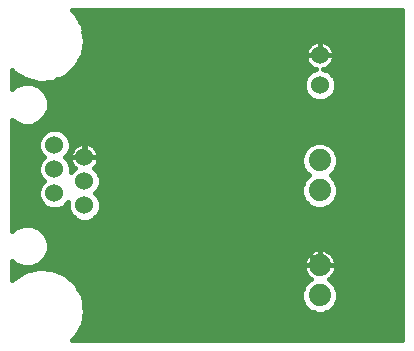
<source format=gbl>
G75*
%MOIN*%
%OFA0B0*%
%FSLAX24Y24*%
%IPPOS*%
%LPD*%
%AMOC8*
5,1,8,0,0,1.08239X$1,22.5*
%
%ADD10C,0.0600*%
%ADD11C,0.0740*%
%ADD12C,0.0376*%
%ADD13C,0.0160*%
D10*
X004418Y005096D03*
X004418Y005899D03*
X004418Y006702D03*
X003418Y006301D03*
X003418Y005498D03*
X003418Y007104D03*
X012262Y009100D03*
X012262Y010100D03*
D11*
X012262Y006600D03*
X012262Y005600D03*
X012262Y003100D03*
X012262Y002100D03*
D12*
X008012Y004350D03*
D13*
X002012Y003230D02*
X002012Y002596D01*
X002050Y002645D01*
X002050Y002645D01*
X002442Y002900D01*
X002442Y002900D01*
X002895Y003015D01*
X003361Y002977D01*
X003789Y002789D01*
X003789Y002789D01*
X004133Y002472D01*
X004133Y002472D01*
X004355Y002061D01*
X004355Y002061D01*
X004432Y001600D01*
X004355Y001139D01*
X004355Y001139D01*
X004133Y000728D01*
X004133Y000728D01*
X003994Y000600D01*
X015012Y000600D01*
X015012Y011600D01*
X003994Y011600D01*
X004133Y011472D01*
X004133Y011472D01*
X004355Y011061D01*
X004355Y011061D01*
X004432Y010600D01*
X004355Y010139D01*
X004355Y010139D01*
X004133Y009728D01*
X004133Y009728D01*
X003789Y009411D01*
X003789Y009411D01*
X003361Y009223D01*
X003361Y009223D01*
X002895Y009185D01*
X002895Y009185D01*
X002442Y009300D01*
X002442Y009300D01*
X002050Y009555D01*
X002050Y009555D01*
X002012Y009604D01*
X002012Y008970D01*
X002109Y009066D01*
X002370Y009175D01*
X002654Y009175D01*
X002916Y009066D01*
X003116Y008866D01*
X003225Y008604D01*
X003225Y008320D01*
X003116Y008059D01*
X002916Y007858D01*
X002654Y007750D01*
X002370Y007750D01*
X002109Y007858D01*
X002012Y007955D01*
X002012Y004245D01*
X002109Y004342D01*
X002370Y004450D01*
X002654Y004450D01*
X002916Y004342D01*
X003116Y004141D01*
X003225Y003880D01*
X003225Y003596D01*
X003116Y003334D01*
X002916Y003134D01*
X002654Y003025D01*
X002370Y003025D01*
X002109Y003134D01*
X002012Y003230D01*
X002012Y003112D02*
X002163Y003112D01*
X002012Y002953D02*
X002650Y002953D01*
X002862Y003112D02*
X011712Y003112D01*
X011712Y003100D02*
X012262Y003100D01*
X011712Y003100D01*
X011712Y003057D01*
X011726Y002971D01*
X011753Y002889D01*
X011792Y002812D01*
X011843Y002742D01*
X011904Y002680D01*
X011964Y002637D01*
X011917Y002617D01*
X011745Y002446D01*
X011652Y002221D01*
X011652Y001979D01*
X011745Y001754D01*
X011917Y001583D01*
X012141Y001490D01*
X012384Y001490D01*
X012608Y001583D01*
X012779Y001754D01*
X012872Y001979D01*
X012872Y002221D01*
X012779Y002446D01*
X012608Y002617D01*
X012560Y002637D01*
X012621Y002680D01*
X012682Y002742D01*
X012733Y002812D01*
X012772Y002889D01*
X012799Y002971D01*
X012812Y003057D01*
X012812Y003100D01*
X012812Y003143D01*
X012799Y003229D01*
X012772Y003311D01*
X012733Y003388D01*
X012682Y003458D01*
X012621Y003520D01*
X012550Y003570D01*
X012473Y003610D01*
X012391Y003636D01*
X012305Y003650D01*
X012262Y003650D01*
X012219Y003650D01*
X012133Y003636D01*
X012051Y003610D01*
X011974Y003570D01*
X011904Y003520D01*
X011843Y003458D01*
X011792Y003388D01*
X011753Y003311D01*
X011726Y003229D01*
X011712Y003143D01*
X011712Y003100D01*
X011732Y002953D02*
X003414Y002953D01*
X003052Y003270D02*
X011739Y003270D01*
X011821Y003429D02*
X003155Y003429D01*
X003221Y003587D02*
X012007Y003587D01*
X011762Y003600D02*
X012262Y003100D01*
X012262Y003100D01*
X012262Y003650D01*
X012262Y003100D01*
X012262Y003100D01*
X012812Y003100D01*
X012262Y003100D01*
X012262Y003100D01*
X012262Y003112D02*
X012262Y003112D01*
X012262Y003270D02*
X012262Y003270D01*
X012262Y003429D02*
X012262Y003429D01*
X012262Y003587D02*
X012262Y003587D01*
X012518Y003587D02*
X015012Y003587D01*
X015012Y003429D02*
X012703Y003429D01*
X012785Y003270D02*
X015012Y003270D01*
X015012Y003112D02*
X012812Y003112D01*
X012793Y002953D02*
X015012Y002953D01*
X015012Y002795D02*
X012720Y002795D01*
X012562Y002636D02*
X015012Y002636D01*
X015012Y002478D02*
X012747Y002478D01*
X012832Y002319D02*
X015012Y002319D01*
X015012Y002161D02*
X012872Y002161D01*
X012872Y002002D02*
X015012Y002002D01*
X015012Y001844D02*
X012816Y001844D01*
X012710Y001685D02*
X015012Y001685D01*
X015012Y001527D02*
X012472Y001527D01*
X012053Y001527D02*
X004420Y001527D01*
X004418Y001685D02*
X011815Y001685D01*
X011708Y001844D02*
X004392Y001844D01*
X004365Y002002D02*
X011652Y002002D01*
X011652Y002161D02*
X004301Y002161D01*
X004216Y002319D02*
X011693Y002319D01*
X011777Y002478D02*
X004127Y002478D01*
X004133Y002472D02*
X004133Y002472D01*
X003955Y002636D02*
X011962Y002636D01*
X011804Y002795D02*
X003776Y002795D01*
X003225Y003746D02*
X015012Y003746D01*
X015012Y003904D02*
X003214Y003904D01*
X003149Y004063D02*
X015012Y004063D01*
X015012Y004221D02*
X003037Y004221D01*
X002825Y004380D02*
X015012Y004380D01*
X015012Y004538D02*
X002012Y004538D01*
X002012Y004697D02*
X004054Y004697D01*
X004112Y004638D02*
X003960Y004790D01*
X003878Y004989D01*
X003878Y005197D01*
X003876Y005192D01*
X003724Y005040D01*
X003525Y004958D01*
X003310Y004958D01*
X003112Y005040D01*
X002960Y005192D01*
X002878Y005390D01*
X002878Y005605D01*
X002960Y005804D01*
X003056Y005899D01*
X002960Y005995D01*
X002878Y006193D01*
X002878Y006408D01*
X002960Y006607D01*
X003056Y006702D01*
X002960Y006798D01*
X002878Y006997D01*
X002878Y007211D01*
X002960Y007410D01*
X003112Y007562D01*
X003310Y007644D01*
X003525Y007644D01*
X003724Y007562D01*
X003876Y007410D01*
X003958Y007211D01*
X003958Y006997D01*
X003876Y006798D01*
X003780Y006702D01*
X003876Y006607D01*
X003958Y006408D01*
X003958Y006200D01*
X003960Y006205D01*
X004098Y006343D01*
X004052Y006390D01*
X004007Y006451D01*
X003973Y006518D01*
X003950Y006590D01*
X003938Y006665D01*
X003938Y006694D01*
X004409Y006694D01*
X004409Y006711D01*
X003938Y006711D01*
X003938Y006740D01*
X003950Y006815D01*
X003973Y006887D01*
X004007Y006954D01*
X004052Y007015D01*
X004105Y007068D01*
X004166Y007113D01*
X004233Y007147D01*
X004305Y007171D01*
X004380Y007182D01*
X004409Y007182D01*
X004409Y006711D01*
X004426Y006711D01*
X004426Y007182D01*
X004455Y007182D01*
X004530Y007171D01*
X004602Y007147D01*
X004669Y007113D01*
X004730Y007068D01*
X004784Y007015D01*
X004828Y006954D01*
X004863Y006887D01*
X004886Y006815D01*
X004898Y006740D01*
X004898Y006711D01*
X004426Y006711D01*
X004426Y006694D01*
X004898Y006694D01*
X004898Y006665D01*
X004886Y006590D01*
X004863Y006518D01*
X004828Y006451D01*
X004784Y006390D01*
X004737Y006343D01*
X004876Y006205D01*
X004958Y006007D01*
X004958Y005792D01*
X004876Y005593D01*
X004780Y005498D01*
X004876Y005402D01*
X004958Y005203D01*
X004958Y004989D01*
X004876Y004790D01*
X004724Y004638D01*
X004525Y004556D01*
X004310Y004556D01*
X004112Y004638D01*
X003933Y004855D02*
X002012Y004855D01*
X002012Y005014D02*
X003175Y005014D01*
X002980Y005172D02*
X002012Y005172D01*
X002012Y005331D02*
X002902Y005331D01*
X002878Y005489D02*
X002012Y005489D01*
X002012Y005648D02*
X002895Y005648D01*
X002962Y005806D02*
X002012Y005806D01*
X002012Y005965D02*
X002990Y005965D01*
X002907Y006123D02*
X002012Y006123D01*
X002012Y006282D02*
X002878Y006282D01*
X002891Y006440D02*
X002012Y006440D01*
X002012Y006599D02*
X002957Y006599D01*
X003001Y006757D02*
X002012Y006757D01*
X002012Y006916D02*
X002911Y006916D01*
X002878Y007074D02*
X002012Y007074D01*
X002012Y007233D02*
X002886Y007233D01*
X002952Y007391D02*
X002012Y007391D01*
X002012Y007550D02*
X003100Y007550D01*
X002924Y007867D02*
X015012Y007867D01*
X015012Y008025D02*
X003083Y008025D01*
X003168Y008184D02*
X015012Y008184D01*
X015012Y008342D02*
X003225Y008342D01*
X003225Y008501D02*
X015012Y008501D01*
X015012Y008659D02*
X012585Y008659D01*
X012568Y008642D02*
X012720Y008794D01*
X012802Y008993D01*
X012802Y009207D01*
X012720Y009406D01*
X012568Y009558D01*
X012383Y009635D01*
X012446Y009655D01*
X012514Y009689D01*
X012575Y009734D01*
X012628Y009787D01*
X012673Y009848D01*
X012707Y009916D01*
X012730Y009988D01*
X012742Y010062D01*
X012742Y010100D01*
X012262Y010100D01*
X011782Y010100D01*
X011782Y010062D01*
X011794Y009988D01*
X011817Y009916D01*
X011852Y009848D01*
X011896Y009787D01*
X011950Y009734D01*
X012011Y009689D01*
X012078Y009655D01*
X012142Y009635D01*
X011956Y009558D01*
X011804Y009406D01*
X011722Y009207D01*
X011722Y008993D01*
X011804Y008794D01*
X011956Y008642D01*
X012155Y008560D01*
X012370Y008560D01*
X012568Y008642D01*
X012730Y008818D02*
X015012Y008818D01*
X015012Y008976D02*
X012795Y008976D01*
X012802Y009135D02*
X015012Y009135D01*
X015012Y009293D02*
X012767Y009293D01*
X012674Y009452D02*
X015012Y009452D01*
X015012Y009610D02*
X012442Y009610D01*
X012610Y009769D02*
X015012Y009769D01*
X015012Y009927D02*
X012711Y009927D01*
X012742Y010086D02*
X015012Y010086D01*
X015012Y010244D02*
X012720Y010244D01*
X012730Y010212D02*
X012707Y010284D01*
X012673Y010352D01*
X012628Y010413D01*
X012575Y010466D01*
X012514Y010511D01*
X012446Y010545D01*
X012375Y010568D01*
X012300Y010580D01*
X012262Y010580D01*
X012224Y010580D01*
X012150Y010568D01*
X012078Y010545D01*
X012011Y010511D01*
X011950Y010466D01*
X011896Y010413D01*
X011852Y010352D01*
X011817Y010284D01*
X011794Y010212D01*
X011782Y010138D01*
X011782Y010100D01*
X012262Y010100D01*
X012262Y010100D01*
X012262Y010580D01*
X012262Y010100D01*
X012262Y010100D01*
X011512Y010100D01*
X011012Y009600D01*
X011012Y003600D01*
X008762Y003600D01*
X008012Y004350D01*
X011012Y003600D02*
X011762Y003600D01*
X012141Y004990D02*
X012384Y004990D01*
X012608Y005083D01*
X012779Y005254D01*
X012872Y005479D01*
X012872Y005721D01*
X012779Y005946D01*
X012625Y006100D01*
X012779Y006254D01*
X012872Y006479D01*
X012872Y006721D01*
X012779Y006946D01*
X012608Y007117D01*
X012384Y007210D01*
X012141Y007210D01*
X011917Y007117D01*
X011745Y006946D01*
X011652Y006721D01*
X011652Y006479D01*
X011745Y006254D01*
X011900Y006100D01*
X011745Y005946D01*
X011652Y005721D01*
X011652Y005479D01*
X011745Y005254D01*
X011917Y005083D01*
X012141Y004990D01*
X012084Y005014D02*
X004958Y005014D01*
X004958Y005172D02*
X011828Y005172D01*
X011714Y005331D02*
X004905Y005331D01*
X004788Y005489D02*
X011652Y005489D01*
X011652Y005648D02*
X004898Y005648D01*
X004958Y005806D02*
X011687Y005806D01*
X011764Y005965D02*
X004958Y005965D01*
X004910Y006123D02*
X011877Y006123D01*
X011734Y006282D02*
X004799Y006282D01*
X004820Y006440D02*
X011668Y006440D01*
X011652Y006599D02*
X004887Y006599D01*
X004895Y006757D02*
X011667Y006757D01*
X011733Y006916D02*
X004848Y006916D01*
X004723Y007074D02*
X011874Y007074D01*
X012651Y007074D02*
X015012Y007074D01*
X015012Y006916D02*
X012792Y006916D01*
X012857Y006757D02*
X015012Y006757D01*
X015012Y006599D02*
X012872Y006599D01*
X012856Y006440D02*
X015012Y006440D01*
X015012Y006282D02*
X012791Y006282D01*
X012648Y006123D02*
X015012Y006123D01*
X015012Y005965D02*
X012760Y005965D01*
X012837Y005806D02*
X015012Y005806D01*
X015012Y005648D02*
X012872Y005648D01*
X012872Y005489D02*
X015012Y005489D01*
X015012Y005331D02*
X012811Y005331D01*
X012697Y005172D02*
X015012Y005172D01*
X015012Y005014D02*
X012440Y005014D01*
X015012Y004855D02*
X004902Y004855D01*
X004782Y004697D02*
X015012Y004697D01*
X015012Y007233D02*
X003949Y007233D01*
X003883Y007391D02*
X015012Y007391D01*
X015012Y007550D02*
X003736Y007550D01*
X003958Y007074D02*
X004113Y007074D01*
X003988Y006916D02*
X003924Y006916D01*
X003940Y006757D02*
X003834Y006757D01*
X003879Y006599D02*
X003948Y006599D01*
X003945Y006440D02*
X004015Y006440D01*
X004036Y006282D02*
X003958Y006282D01*
X004409Y006757D02*
X004426Y006757D01*
X004409Y006916D02*
X004426Y006916D01*
X004409Y007074D02*
X004426Y007074D01*
X003202Y008659D02*
X011940Y008659D01*
X011795Y008818D02*
X003136Y008818D01*
X003006Y008976D02*
X011729Y008976D01*
X011722Y009135D02*
X002751Y009135D01*
X002468Y009293D02*
X002012Y009293D01*
X002012Y009452D02*
X002209Y009452D01*
X002274Y009135D02*
X002012Y009135D01*
X002012Y008976D02*
X002018Y008976D01*
X002012Y007867D02*
X002100Y007867D01*
X002012Y007708D02*
X015012Y007708D01*
X012742Y010100D02*
X012262Y010100D01*
X012262Y010100D01*
X012262Y010244D02*
X012262Y010244D01*
X012262Y010403D02*
X012262Y010403D01*
X012262Y010561D02*
X012262Y010561D01*
X012128Y010561D02*
X004426Y010561D01*
X004412Y010720D02*
X015012Y010720D01*
X015012Y010561D02*
X012397Y010561D01*
X012636Y010403D02*
X015012Y010403D01*
X015012Y010878D02*
X004386Y010878D01*
X004359Y011037D02*
X015012Y011037D01*
X015012Y011195D02*
X004283Y011195D01*
X004197Y011354D02*
X015012Y011354D01*
X015012Y011512D02*
X004090Y011512D01*
X004399Y010403D02*
X011889Y010403D01*
X011804Y010244D02*
X004373Y010244D01*
X004326Y010086D02*
X011782Y010086D01*
X011814Y009927D02*
X004241Y009927D01*
X004155Y009769D02*
X011915Y009769D01*
X012082Y009610D02*
X004005Y009610D01*
X003833Y009452D02*
X011850Y009452D01*
X011758Y009293D02*
X003519Y009293D01*
X003856Y005172D02*
X003878Y005172D01*
X003878Y005014D02*
X003660Y005014D01*
X002200Y004380D02*
X002012Y004380D01*
X002012Y002795D02*
X002280Y002795D01*
X002044Y002636D02*
X002012Y002636D01*
X004367Y001210D02*
X015012Y001210D01*
X015012Y001051D02*
X004308Y001051D01*
X004222Y000893D02*
X015012Y000893D01*
X015012Y000734D02*
X004136Y000734D01*
X004393Y001368D02*
X015012Y001368D01*
X012742Y010100D02*
X012742Y010138D01*
X012730Y010212D01*
M02*

</source>
